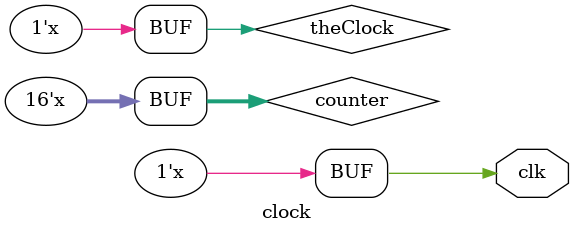
<source format=v>
/* clock */
`timescale 1s/1ms
module clock(output clk);
    reg theClock = 1;
    reg [15:0] counter = 0;

    assign clk = theClock;
    
    always begin
        #5000;
        theClock = !theClock;
        counter = counter + 1;
        if(counter > 1000) begin
        	//$finish;
        end

    end
endmodule

</source>
